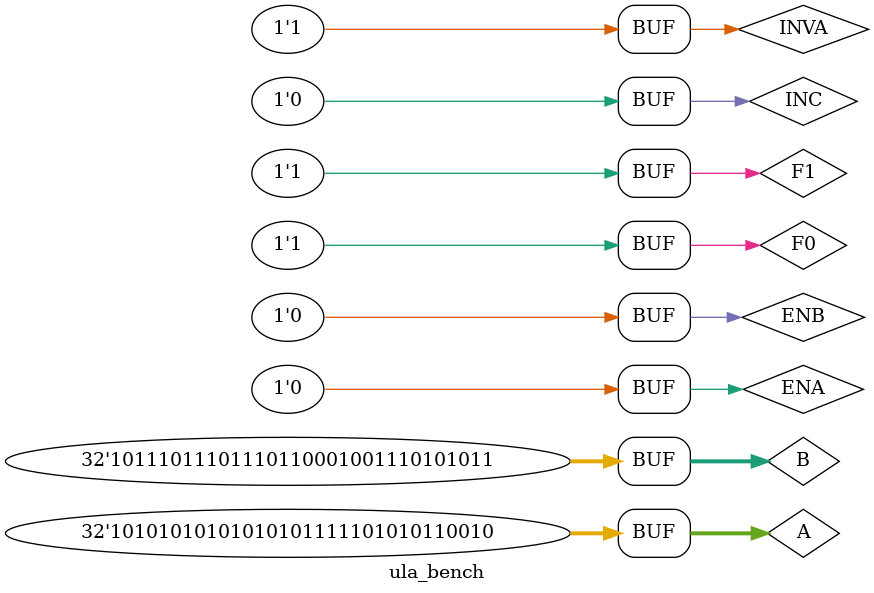
<source format=v>
	module ula_bench();

	reg [31:0] A, B; 
	reg F0, F1, ENA, ENB, INVA, INC;
	wire [31:0] out;
	wire carryout;
	
	ula32bit DUT (out,carryout,F0,F1,ENA,ENB,INVA,INC,A,B);


	initial
	begin
		A = 32'hAAAAFAB2; B = 32'hBBBB13AB;
		$dumpfile ("dut.vcd"); $dumpvars (0,ula_bench);
		$monitor  ($time, "  %b%b%b%b%b%b  out = %h", F0,F1,ENA,ENB,INVA,INC,out);
 	end

	initial
	begin
		#10 F0=1'b0;F1=1'b1;ENA=1'b1;ENB=1'b0;INVA=1'b0;INC=1'b0;
		#10 F0=1'b0;F1=1'b1;ENA=1'b0;ENB=1'b1;INVA=1'b0;INC=1'b0;
		#10 F0=1'b0;F1=1'b1;ENA=1'b1;ENB=1'b0;INVA=1'b1;INC=1'b0;
		#10 F0=1'b1;F1=1'b0;ENA=1'b1;ENB=1'b1;INVA=1'b0;INC=1'b0;
		#10 F0=1'b1;F1=1'b1;ENA=1'b1;ENB=1'b1;INVA=1'b0;INC=1'b0;
		#10 F0=1'b1;F1=1'b1;ENA=1'b1;ENB=1'b1;INVA=1'b0;INC=1'b1;
		#10 F0=1'b1;F1=1'b1;ENA=1'b1;ENB=1'b0;INVA=1'b0;INC=1'b1;
		#10 F0=1'b1;F1=1'b1;ENA=1'b0;ENB=1'b1;INVA=1'b0;INC=1'b1;
		#10 F0=1'b1;F1=1'b1;ENA=1'b1;ENB=1'b1;INVA=1'b1;INC=1'b1;
		#10 F0=1'b1;F1=1'b1;ENA=1'b0;ENB=1'b1;INVA=1'b1;INC=1'b0;
		#10 F0=1'b1;F1=1'b1;ENA=1'b1;ENB=1'b0;INVA=1'b1;INC=1'b1;
		#10 F0=1'b0;F1=1'b0;ENA=1'b1;ENB=1'b1;INVA=1'b0;INC=1'b0;
		#10 F0=1'b0;F1=1'b1;ENA=1'b1;ENB=1'b1;INVA=1'b0;INC=1'b0;
		#10 F0=1'b0;F1=1'b1;ENA=1'b0;ENB=1'b0;INVA=1'b0;INC=1'b0;
		#10 F0=1'b1;F1=1'b1;ENA=1'b0;ENB=1'b0;INVA=1'b0;INC=1'b1;
		#10 F0=1'b1;F1=1'b1;ENA=1'b0;ENB=1'b0;INVA=1'b1;INC=1'b0;
	end
	endmodule

</source>
